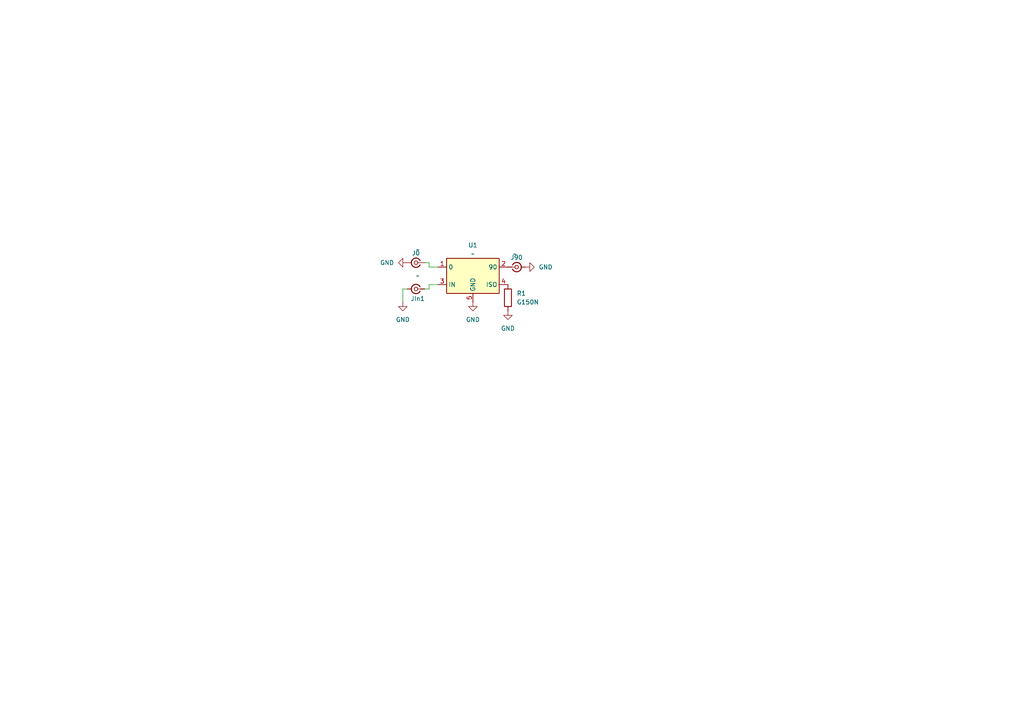
<source format=kicad_sch>
(kicad_sch (version 20231120) (generator "eeschema") (generator_version "8.0")
  (paper "A4")
  (lib_symbols
    (symbol "AnarenLib:G150N" (pin_numbers hide) (pin_names (offset 0))
      (property "Reference" "R" (at 2.032 0 90))
      (property "Value" "G150N" (at 4.318 0 90))
      (symbol "G150N_0_1"
        (rectangle (start -1.016 -2.54) (end 1.016 2.54) (stroke (width 0.254)))
      )
      (symbol "G150N_1_1"
        (pin input line (at 0 3.81 270) (length 1.27) (name "~") (number "1"))
        (pin output line (at 0 -3.81 90) (length 1.27) (name "~") (number "2"))
      )
    )
    (symbol "Connector:Conn_Coaxial_Small" (pin_numbers hide) (pin_names (offset 1.016) hide)
      (property "Reference" "J" (at 0.254 3.048 0))
      (property "Value" "Conn_Coaxial_Small" (at 0 -3.81 0))
      (symbol "Conn_Coaxial_Small_0_1"
        (polyline (pts (xy -2.54 0) (xy -0.508 0)))
        (circle (center 0 0) (radius 0.508) (stroke (width 0.2032)))
      )
      (symbol "Conn_Coaxial_Small_1_1"
        (arc (start -1.1916 -0.6311) (mid 0.327 -1.3081) (end 1.3484 0.0039) (stroke (width 0.3048)))
        (arc (start 1.3484 -0.0039) (mid 0.327 1.3081) (end -1.1916 0.6311) (stroke (width 0.3048)))
        (pin passive line (at -2.54 0 0) (length 1.27) (name "In") (number "1"))
        (pin passive line (at 2.54 0 180) (length 1.27) (name "Ext") (number "2"))
      )
    )
    (symbol "Symbols:HybridCoupler"
      (property "Reference" "U" (at 0 0 0))
      (symbol "HybridCoupler_1_1"
        (rectangle (start -6.35 -1.27) (end 8.89 -11.43) (stroke (width 0.254)) (fill (type background)))
        (pin output line (at -8.89 -3.81 0) (length 2.54) (name "0") (number "1"))
        (pin output line (at 11.43 -3.81 180) (length 2.54) (name "90") (number "2"))
        (pin input line (at -8.89 -8.89 0) (length 2.54) (name "IN") (number "3"))
        (pin output line (at 11.43 -8.89 180) (length 2.54) (name "ISO") (number "4"))
        (pin output line (at 1.27 -13.97 90) (length 2.54) (name "GND") (number "5"))
      )
    )
    (symbol "power:GND" (power) (pin_numbers hide) (pin_names (offset 0) hide)
      (property "Value" "GND" (at 0 -3.81 0))
      (symbol "GND_0_1"
        (polyline (pts (xy 0 0) (xy 0 -1.27) (xy 1.27 -1.27) (xy 0 -2.54) (xy -1.27 -1.27) (xy 0 -1.27)))
      )
      (symbol "GND_1_1"
        (pin power_in line (at 0 0 270) (length 0) (name "~") (number "1"))
      )
    )
  )
  (wire (pts (xy 123.19 83.82) (xy 124.46 83.82)))
  (wire (pts (xy 123.19 76.2) (xy 124.46 76.2)))
  (wire (pts (xy 124.46 76.2) (xy 124.46 77.47)))
  (wire (pts (xy 124.46 77.47) (xy 127 77.47)))
  (wire (pts (xy 116.84 87.63) (xy 116.84 83.82)))
  (wire (pts (xy 118.11 83.82) (xy 116.84 83.82)))
  (wire (pts (xy 124.46 82.55) (xy 127 82.55)))
  (wire (pts (xy 124.46 83.82) (xy 124.46 82.55)))
  (symbol (lib_id "Connector:Conn_Coaxial_Small") (at 120.65 83.82 0) (mirror y) (unit 1)
    (property "Reference" "JIn1" (at 121.158 86.614 0))
    (property "Value" "~" (at 121.1696 80.01 0))
    (property "Footprint" "Footprints:Wire connector" (effects (hide yes)))
  )
  (symbol (lib_id "power:GND") (at 116.84 87.63 0) (unit 1)
    (property "Reference" "#PWR04" (effects (hide yes)))
    (property "Value" "GND" (at 116.84 92.71 0))
    (property "Description" "Power symbol creates a global label with name \"GND\" , ground" (effects (hide yes)))
  )
  (symbol (lib_id "Connector:Conn_Coaxial_Small") (at 120.65 76.2 0) (mirror y) (unit 1)
    (property "Reference" "J0" (at 120.65 73.406 0))
    (property "Value" "~" (at 121.1696 72.39 0))
    (property "Footprint" "Footprints:Wire connector" (effects (hide yes)))
  )
  (symbol (lib_id "Connector:Conn_Coaxial_Small") (at 149.86 77.47 0) (unit 1)
    (property "Reference" "J90" (at 149.86 74.676 0))
    (property "Value" "~" (at 149.3404 73.66 0))
    (property "Footprint" "Footprints:Wire connector" (effects (hide yes)))
  )
  (symbol (lib_id "AnarenLib:G150N") (at 147.32 86.36 0) (unit 1)
    (property "Reference" "R1" (at 149.86 85.0899 0) (effects (justify left)))
    (property "Value" "G150N" (at 149.86 87.6299 0) (effects (justify left)))
    (property "Footprint" "Footprints:G150N" (effects (hide yes)))
    (property "Description" "Resistor" (effects (hide yes)))
  )
  (symbol (lib_id "power:GND") (at 118.11 76.2 270) (unit 1)
    (property "Reference" "#PWR03" (effects (hide yes)))
    (property "Value" "GND" (at 114.3 76.1999 90) (effects (justify right)))
    (property "Description" "Power symbol creates a global label with name \"GND\" , ground" (effects (hide yes)))
  )
  (symbol (lib_id "power:GND") (at 137.16 87.63 0) (unit 1)
    (property "Reference" "#PWR05" (effects (hide yes)))
    (property "Value" "GND" (at 137.16 92.71 0))
    (property "Description" "Power symbol creates a global label with name \"GND\" , ground" (effects (hide yes)))
  )
  (symbol (lib_id "Symbols:HybridCoupler") (at 135.89 73.66 0) (unit 1)
    (property "Reference" "U1" (at 137.16 71.12 0))
    (property "Value" "~" (at 137.16 73.66 0))
    (property "Footprint" "Footprints:Anaren 10260-3" (effects (hide yes)))
  )
  (symbol (lib_id "power:GND") (at 147.32 90.17 0) (unit 1)
    (property "Reference" "#PWR01" (effects (hide yes)))
    (property "Value" "GND" (at 147.32 95.25 0))
    (property "Description" "Power symbol creates a global label with name \"GND\" , ground" (effects (hide yes)))
  )
  (symbol (lib_id "power:GND") (at 152.4 77.47 90) (unit 1)
    (property "Reference" "#PWR02" (effects (hide yes)))
    (property "Value" "GND" (at 156.21 77.4699 90) (effects (justify right)))
    (property "Description" "Power symbol creates a global label with name \"GND\" , ground" (effects (hide yes)))
  )
)
</source>
